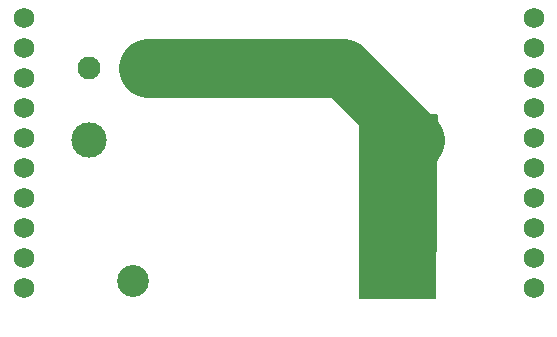
<source format=gbr>
%TF.GenerationSoftware,KiCad,Pcbnew,8.0.7*%
%TF.CreationDate,2025-01-14T16:42:55-05:00*%
%TF.ProjectId,VCU MPR,56435520-4d50-4522-9e6b-696361645f70,rev?*%
%TF.SameCoordinates,Original*%
%TF.FileFunction,Copper,L2,Bot*%
%TF.FilePolarity,Positive*%
%FSLAX46Y46*%
G04 Gerber Fmt 4.6, Leading zero omitted, Abs format (unit mm)*
G04 Created by KiCad (PCBNEW 8.0.7) date 2025-01-14 16:42:55*
%MOMM*%
%LPD*%
G01*
G04 APERTURE LIST*
%TA.AperFunction,ComponentPad*%
%ADD10C,1.750000*%
%TD*%
%TA.AperFunction,ComponentPad*%
%ADD11R,2.700000X2.700000*%
%TD*%
%TA.AperFunction,ComponentPad*%
%ADD12C,2.700000*%
%TD*%
%TA.AperFunction,ComponentPad*%
%ADD13C,3.000000*%
%TD*%
%TA.AperFunction,ComponentPad*%
%ADD14C,1.950000*%
%TD*%
%TA.AperFunction,Conductor*%
%ADD15C,5.000000*%
%TD*%
G04 APERTURE END LIST*
D10*
%TO.P,J2,1*%
%TO.N,N/C*%
X76200000Y-50800000D03*
%TO.P,J2,2*%
X76200000Y-53340000D03*
%TO.P,J2,3*%
X76200000Y-55880000D03*
%TO.P,J2,4*%
X76200000Y-58420000D03*
%TO.P,J2,5*%
X76200000Y-60960000D03*
%TO.P,J2,6*%
X76200000Y-63500000D03*
%TO.P,J2,7*%
X76200000Y-66040000D03*
%TO.P,J2,8*%
X76200000Y-68580000D03*
%TO.P,J2,9*%
X76200000Y-71120000D03*
%TO.P,J2,10*%
%TO.N,VCU-MPRD*%
X76200000Y-73660000D03*
%TD*%
%TO.P,J2,1*%
%TO.N,N/C*%
X119380000Y-50800000D03*
%TO.P,J2,2*%
X119380000Y-53340000D03*
%TO.P,J2,3*%
X119380000Y-55880000D03*
%TO.P,J2,4*%
X119380000Y-58420000D03*
%TO.P,J2,5*%
X119380000Y-60960000D03*
%TO.P,J2,6*%
X119380000Y-63500000D03*
%TO.P,J2,7*%
X119380000Y-66040000D03*
%TO.P,J2,8*%
X119380000Y-68580000D03*
%TO.P,J2,9*%
X119380000Y-71120000D03*
%TO.P,J2,10*%
X119380000Y-73660000D03*
%TD*%
D11*
%TO.P,K1,1*%
%TO.N,/VBATT*%
X107500000Y-73050000D03*
D12*
%TO.P,K1,2*%
%TO.N,VCU-MPRD*%
X85500000Y-73050000D03*
D13*
%TO.P,K1,3*%
%TO.N,/VBATT*%
X109300000Y-61050000D03*
%TO.P,K1,4*%
%TO.N,/VCU VBATT*%
X81700000Y-61050000D03*
%TD*%
D14*
%TO.P,J1,1*%
%TO.N,/VBATT*%
X86725000Y-54975000D03*
%TO.P,J1,2*%
%TO.N,/VCU VBATT*%
X81725000Y-54975000D03*
%TD*%
D15*
%TO.N,/VBATT*%
X107500000Y-62850000D02*
X109300000Y-61050000D01*
X86725000Y-54975000D02*
X103225000Y-54975000D01*
X103225000Y-54975000D02*
X109300000Y-61050000D01*
%TD*%
%TA.AperFunction,Conductor*%
%TO.N,/VBATT*%
G36*
X111215063Y-58920814D02*
G01*
X111261802Y-58972749D01*
X111273992Y-59027352D01*
X111151847Y-74466481D01*
X111131633Y-74533363D01*
X111078469Y-74578698D01*
X111027851Y-74589500D01*
X104699827Y-74589500D01*
X104632788Y-74569815D01*
X104587033Y-74517011D01*
X104575828Y-74465105D01*
X104590995Y-69702528D01*
X104624613Y-59146300D01*
X104644511Y-59079327D01*
X104697460Y-59033740D01*
X104746280Y-59022720D01*
X111147667Y-58902393D01*
X111215063Y-58920814D01*
G37*
%TD.AperFunction*%
%TD*%
M02*

</source>
